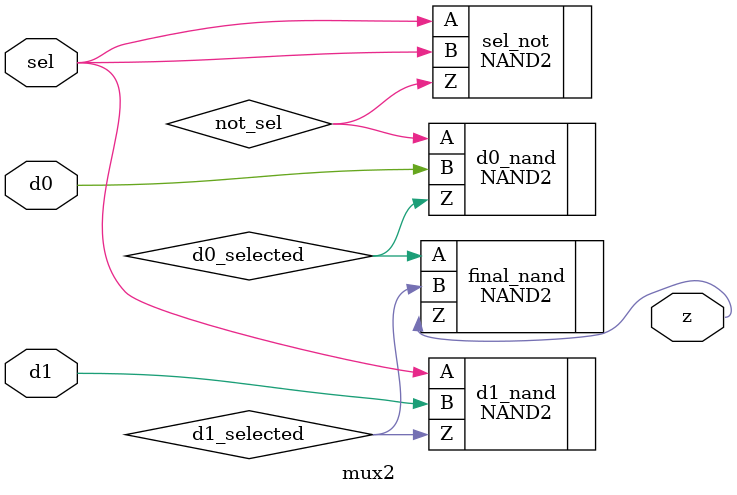
<source format=sv>
module mux2 (
    input logic d0,          // Data input 0
    input logic d1,          // Data input 1
    input logic sel,         // Select input
    output logic z           // Output
);

parameter nand_tpd = 1;

logic d1_selected;
logic d0_selected;
logic not_sel;

NAND2 #(
	.Tpdlh(nand_tpd),
	.Tpdhl(nand_tpd)
) d1_nand (
	.A(sel),
	.B(d1),
	.Z(d1_selected)
);

NAND2 #(
	.Tpdlh(nand_tpd),
	.Tpdhl(nand_tpd)
) sel_not (
	.A(sel),
	.B(sel),
	.Z(not_sel)
);

NAND2 #(
	.Tpdlh(nand_tpd),
	.Tpdhl(nand_tpd)
) d0_nand (
	.A(not_sel),
	.B(d0),
	.Z(d0_selected)
);

NAND2 #(
	.Tpdlh(nand_tpd),
	.Tpdhl(nand_tpd)
) final_nand (
	.A(d0_selected),
	.B(d1_selected),
	.Z(z)
);

endmodule

</source>
